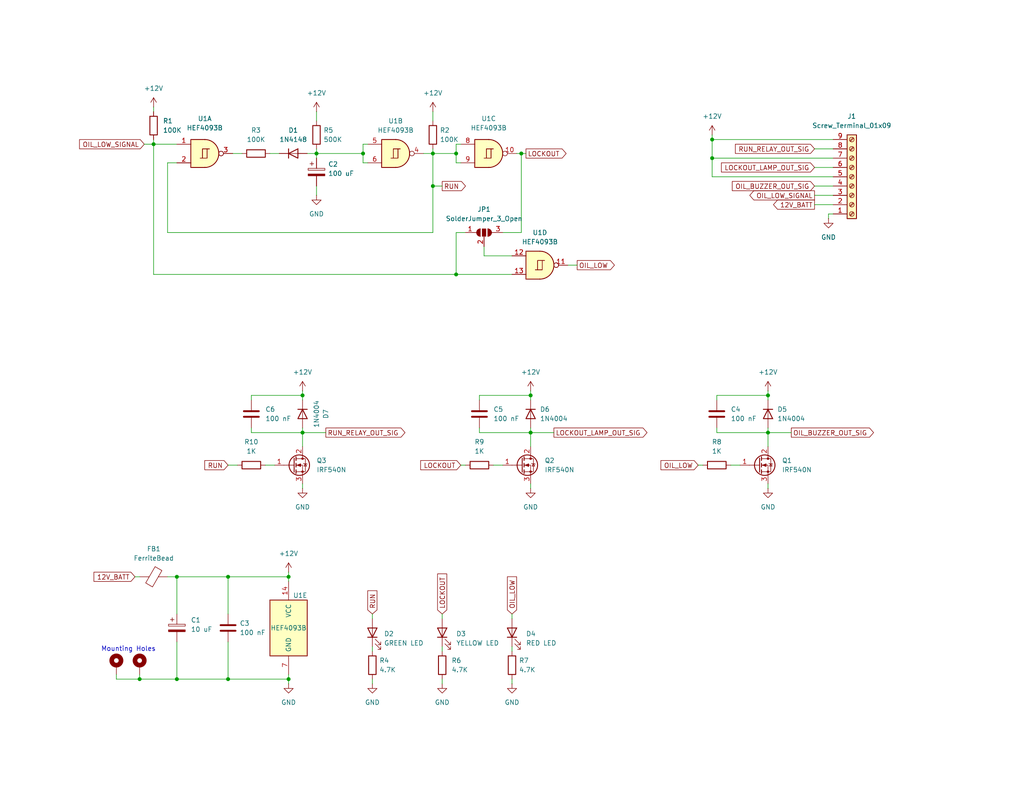
<source format=kicad_sch>
(kicad_sch (version 20231120) (generator "eeschema") (generator_version "8.0")
  (paper "USLetter")
  (title_block (title "Oil Lamp Safety") (date "2024-08-13") (rev "v0.2") (company "DadBodCarMod"))
  (lib_symbols
    (symbol "+12V_1" (power) (pin_numbers hide) (pin_names (offset 0) hide)
      (property "Value" "+12V" (at 0 3.556 0))
      (symbol "+12V_1_0_1"
        (polyline (pts (xy -0.762 1.27) (xy 0 2.54)))
        (polyline (pts (xy 0 0) (xy 0 2.54)))
        (polyline (pts (xy 0 2.54) (xy 0.762 1.27)))
      )
      (symbol "+12V_1_1_1"
        (pin power_in line (at 0 0 90) (length 0) (name "~") (number "1"))
      )
    )
    (symbol "4xxx:HEF4093B" (pin_names (offset 1.016))
      (property "Reference" "U" (at 0 1.27 0))
      (property "Value" "HEF4093B" (at 0 -1.27 0))
      (symbol "HEF4093B_1_0"
        (polyline (pts (xy -0.635 -1.27) (xy -0.635 1.27) (xy 0.635 1.27)))
        (polyline (pts (xy -0.635 -1.27) (xy -0.635 1.27) (xy 0.635 1.27)))
        (polyline (pts (xy -1.27 -1.27) (xy 0.635 -1.27) (xy 0.635 1.27) (xy 1.27 1.27)))
        (polyline (pts (xy -1.27 -1.27) (xy 0.635 -1.27) (xy 0.635 1.27) (xy 1.27 1.27)))
      )
      (symbol "HEF4093B_1_1"
        (arc (start 0 -3.81) (mid 3.7934 0) (end 0 3.81) (stroke (width 0.254)) (fill (type background)))
        (polyline (pts (xy 0 3.81) (xy -3.81 3.81) (xy -3.81 -3.81) (xy 0 -3.81)) (stroke (width 0.254)) (fill (type background)))
        (pin input line (at -7.62 2.54 0) (length 3.81) (name "~") (number "1"))
        (pin input line (at -7.62 -2.54 0) (length 3.81) (name "~") (number "2"))
        (pin output inverted (at 7.62 0 180) (length 3.81) (name "~") (number "3"))
      )
      (symbol "HEF4093B_1_2"
        (arc (start -3.81 -3.81) (mid -2.589 0) (end -3.81 3.81) (stroke (width 0.254)))
        (arc (start -0.6096 -3.81) (mid 2.1842 -2.5851) (end 3.81 0) (stroke (width 0.254)) (fill (type background)))
        (polyline (pts (xy -3.81 -3.81) (xy -0.635 -3.81)) (stroke (width 0.254)) (fill (type background)))
        (polyline (pts (xy -3.81 3.81) (xy -0.635 3.81)) (stroke (width 0.254)) (fill (type background)))
        (polyline (pts (xy -0.635 3.81) (xy -3.81 3.81) (xy -3.81 3.81) (xy -3.556 3.4036) (xy -3.0226 2.2606) (xy -2.6924 1.0414) (xy -2.6162 -0.254) (xy -2.7686 -1.4986) (xy -3.175 -2.7178) (xy -3.81 -3.81) (xy -3.81 -3.81) (xy -0.635 -3.81)) (stroke (width -25.4)) (fill (type background)))
        (arc (start 3.81 0) (mid 2.1915 2.5936) (end -0.6096 3.81) (stroke (width 0.254)) (fill (type background)))
        (pin input inverted (at -7.62 2.54 0) (length 4.318) (name "~") (number "1"))
        (pin input inverted (at -7.62 -2.54 0) (length 4.318) (name "~") (number "2"))
        (pin output line (at 7.62 0 180) (length 3.81) (name "~") (number "3"))
      )
      (symbol "HEF4093B_2_0"
        (polyline (pts (xy -0.635 -1.27) (xy -0.635 1.27) (xy 0.635 1.27)))
        (polyline (pts (xy -0.635 -1.27) (xy -0.635 1.27) (xy 0.635 1.27)))
        (polyline (pts (xy -1.27 -1.27) (xy 0.635 -1.27) (xy 0.635 1.27) (xy 1.27 1.27)))
        (polyline (pts (xy -1.27 -1.27) (xy 0.635 -1.27) (xy 0.635 1.27) (xy 1.27 1.27)))
      )
      (symbol "HEF4093B_2_1"
        (arc (start 0 -3.81) (mid 3.7934 0) (end 0 3.81) (stroke (width 0.254)) (fill (type background)))
        (polyline (pts (xy 0 3.81) (xy -3.81 3.81) (xy -3.81 -3.81) (xy 0 -3.81)) (stroke (width 0.254)) (fill (type background)))
        (pin output inverted (at 7.62 0 180) (length 3.81) (name "~") (number "4"))
        (pin input line (at -7.62 2.54 0) (length 3.81) (name "~") (number "5"))
        (pin input line (at -7.62 -2.54 0) (length 3.81) (name "~") (number "6"))
      )
      (symbol "HEF4093B_2_2"
        (arc (start -3.81 -3.81) (mid -2.589 0) (end -3.81 3.81) (stroke (width 0.254)))
        (arc (start -0.6096 -3.81) (mid 2.1842 -2.5851) (end 3.81 0) (stroke (width 0.254)) (fill (type background)))
        (polyline (pts (xy -3.81 -3.81) (xy -0.635 -3.81)) (stroke (width 0.254)) (fill (type background)))
        (polyline (pts (xy -3.81 3.81) (xy -0.635 3.81)) (stroke (width 0.254)) (fill (type background)))
        (polyline (pts (xy -0.635 3.81) (xy -3.81 3.81) (xy -3.81 3.81) (xy -3.556 3.4036) (xy -3.0226 2.2606) (xy -2.6924 1.0414) (xy -2.6162 -0.254) (xy -2.7686 -1.4986) (xy -3.175 -2.7178) (xy -3.81 -3.81) (xy -3.81 -3.81) (xy -0.635 -3.81)) (stroke (width -25.4)) (fill (type background)))
        (arc (start 3.81 0) (mid 2.1915 2.5936) (end -0.6096 3.81) (stroke (width 0.254)) (fill (type background)))
        (pin output line (at 7.62 0 180) (length 3.81) (name "~") (number "4"))
        (pin input inverted (at -7.62 2.54 0) (length 4.318) (name "~") (number "5"))
        (pin input inverted (at -7.62 -2.54 0) (length 4.318) (name "~") (number "6"))
      )
      (symbol "HEF4093B_3_0"
        (polyline (pts (xy -0.635 -1.27) (xy -0.635 1.27) (xy 0.635 1.27)))
        (polyline (pts (xy -0.635 -1.27) (xy -0.635 1.27) (xy 0.635 1.27)))
        (polyline (pts (xy -1.27 -1.27) (xy 0.635 -1.27) (xy 0.635 1.27) (xy 1.27 1.27)))
        (polyline (pts (xy -1.27 -1.27) (xy 0.635 -1.27) (xy 0.635 1.27) (xy 1.27 1.27)))
      )
      (symbol "HEF4093B_3_1"
        (arc (start 0 -3.81) (mid 3.7934 0) (end 0 3.81) (stroke (width 0.254)) (fill (type background)))
        (polyline (pts (xy 0 3.81) (xy -3.81 3.81) (xy -3.81 -3.81) (xy 0 -3.81)) (stroke (width 0.254)) (fill (type background)))
        (pin output inverted (at 7.62 0 180) (length 3.81) (name "~") (number "10"))
        (pin input line (at -7.62 2.54 0) (length 3.81) (name "~") (number "8"))
        (pin input line (at -7.62 -2.54 0) (length 3.81) (name "~") (number "9"))
      )
      (symbol "HEF4093B_3_2"
        (arc (start -3.81 -3.81) (mid -2.589 0) (end -3.81 3.81) (stroke (width 0.254)))
        (arc (start -0.6096 -3.81) (mid 2.1842 -2.5851) (end 3.81 0) (stroke (width 0.254)) (fill (type background)))
        (polyline (pts (xy -3.81 -3.81) (xy -0.635 -3.81)) (stroke (width 0.254)) (fill (type background)))
        (polyline (pts (xy -3.81 3.81) (xy -0.635 3.81)) (stroke (width 0.254)) (fill (type background)))
        (polyline (pts (xy -0.635 3.81) (xy -3.81 3.81) (xy -3.81 3.81) (xy -3.556 3.4036) (xy -3.0226 2.2606) (xy -2.6924 1.0414) (xy -2.6162 -0.254) (xy -2.7686 -1.4986) (xy -3.175 -2.7178) (xy -3.81 -3.81) (xy -3.81 -3.81) (xy -0.635 -3.81)) (stroke (width -25.4)) (fill (type background)))
        (arc (start 3.81 0) (mid 2.1915 2.5936) (end -0.6096 3.81) (stroke (width 0.254)) (fill (type background)))
        (pin output line (at 7.62 0 180) (length 3.81) (name "~") (number "10"))
        (pin input inverted (at -7.62 2.54 0) (length 4.318) (name "~") (number "8"))
        (pin input inverted (at -7.62 -2.54 0) (length 4.318) (name "~") (number "9"))
      )
      (symbol "HEF4093B_4_0"
        (polyline (pts (xy -0.635 -1.27) (xy -0.635 1.27) (xy 0.635 1.27)))
        (polyline (pts (xy -0.635 -1.27) (xy -0.635 1.27) (xy 0.635 1.27)))
        (polyline (pts (xy -1.27 -1.27) (xy 0.635 -1.27) (xy 0.635 1.27) (xy 1.27 1.27)))
        (polyline (pts (xy -1.27 -1.27) (xy 0.635 -1.27) (xy 0.635 1.27) (xy 1.27 1.27)))
      )
      (symbol "HEF4093B_4_1"
        (arc (start 0 -3.81) (mid 3.7934 0) (end 0 3.81) (stroke (width 0.254)) (fill (type background)))
        (polyline (pts (xy 0 3.81) (xy -3.81 3.81) (xy -3.81 -3.81) (xy 0 -3.81)) (stroke (width 0.254)) (fill (type background)))
        (pin output inverted (at 7.62 0 180) (length 3.81) (name "~") (number "11"))
        (pin input line (at -7.62 2.54 0) (length 3.81) (name "~") (number "12"))
        (pin input line (at -7.62 -2.54 0) (length 3.81) (name "~") (number "13"))
      )
      (symbol "HEF4093B_4_2"
        (arc (start -3.81 -3.81) (mid -2.589 0) (end -3.81 3.81) (stroke (width 0.254)))
        (arc (start -0.6096 -3.81) (mid 2.1842 -2.5851) (end 3.81 0) (stroke (width 0.254)) (fill (type background)))
        (polyline (pts (xy -3.81 -3.81) (xy -0.635 -3.81)) (stroke (width 0.254)) (fill (type background)))
        (polyline (pts (xy -3.81 3.81) (xy -0.635 3.81)) (stroke (width 0.254)) (fill (type background)))
        (polyline (pts (xy -0.635 3.81) (xy -3.81 3.81) (xy -3.81 3.81) (xy -3.556 3.4036) (xy -3.0226 2.2606) (xy -2.6924 1.0414) (xy -2.6162 -0.254) (xy -2.7686 -1.4986) (xy -3.175 -2.7178) (xy -3.81 -3.81) (xy -3.81 -3.81) (xy -0.635 -3.81)) (stroke (width -25.4)) (fill (type background)))
        (arc (start 3.81 0) (mid 2.1915 2.5936) (end -0.6096 3.81) (stroke (width 0.254)) (fill (type background)))
        (pin output line (at 7.62 0 180) (length 3.81) (name "~") (number "11"))
        (pin input inverted (at -7.62 2.54 0) (length 4.318) (name "~") (number "12"))
        (pin input inverted (at -7.62 -2.54 0) (length 4.318) (name "~") (number "13"))
      )
      (symbol "HEF4093B_5_0"
        (pin power_in line (at 0 12.7 270) (length 5.08) (name "VCC") (number "14"))
        (pin power_in line (at 0 -12.7 90) (length 5.08) (name "GND") (number "7"))
      )
      (symbol "HEF4093B_5_1"
        (rectangle (start -5.08 7.62) (end 5.08 -7.62) (stroke (width 0.254)) (fill (type background)))
      )
    )
    (symbol "Connector:Screw_Terminal_01x09" (pin_names (offset 1.016) hide)
      (property "Reference" "J1" (at 0 -16.51 0))
      (property "Value" "Screw_Terminal_01x09" (at 0 -13.97 0))
      (symbol "Screw_Terminal_01x09_1_1"
        (rectangle (start -1.27 11.43) (end 1.27 -11.43) (stroke (width 0.254)) (fill (type background)))
        (circle (center 0 -10.16) (radius 0.635) (stroke (width 0.1524)))
        (circle (center 0 -7.62) (radius 0.635) (stroke (width 0.1524)))
        (circle (center 0 -5.08) (radius 0.635) (stroke (width 0.1524)))
        (circle (center 0 -2.54) (radius 0.635) (stroke (width 0.1524)))
        (polyline (pts (xy -0.5334 -9.8298) (xy 0.3302 -10.668)) (stroke (width 0.1524)))
        (polyline (pts (xy -0.5334 -7.2898) (xy 0.3302 -8.128)) (stroke (width 0.1524)))
        (polyline (pts (xy -0.5334 -4.7498) (xy 0.3302 -5.588)) (stroke (width 0.1524)))
        (polyline (pts (xy -0.5334 -2.2098) (xy 0.3302 -3.048)) (stroke (width 0.1524)))
        (polyline (pts (xy -0.5334 0.3302) (xy 0.3302 -0.508)) (stroke (width 0.1524)))
        (polyline (pts (xy -0.5334 2.8702) (xy 0.3302 2.032)) (stroke (width 0.1524)))
        (polyline (pts (xy -0.5334 5.4102) (xy 0.3302 4.572)) (stroke (width 0.1524)))
        (polyline (pts (xy -0.5334 7.9502) (xy 0.3302 7.112)) (stroke (width 0.1524)))
        (polyline (pts (xy -0.5334 10.4902) (xy 0.3302 9.652)) (stroke (width 0.1524)))
        (polyline (pts (xy -0.3556 -9.652) (xy 0.508 -10.4902)) (stroke (width 0.1524)))
        (polyline (pts (xy -0.3556 -7.112) (xy 0.508 -7.9502)) (stroke (width 0.1524)))
        (polyline (pts (xy -0.3556 -4.572) (xy 0.508 -5.4102)) (stroke (width 0.1524)))
        (polyline (pts (xy -0.3556 -2.032) (xy 0.508 -2.8702)) (stroke (width 0.1524)))
        (polyline (pts (xy -0.3556 0.508) (xy 0.508 -0.3302)) (stroke (width 0.1524)))
        (polyline (pts (xy -0.3556 3.048) (xy 0.508 2.2098)) (stroke (width 0.1524)))
        (polyline (pts (xy -0.3556 5.588) (xy 0.508 4.7498)) (stroke (width 0.1524)))
        (polyline (pts (xy -0.3556 8.128) (xy 0.508 7.2898)) (stroke (width 0.1524)))
        (polyline (pts (xy -0.3556 10.668) (xy 0.508 9.8298)) (stroke (width 0.1524)))
        (circle (center 0 0) (radius 0.635) (stroke (width 0.1524)))
        (circle (center 0 2.54) (radius 0.635) (stroke (width 0.1524)))
        (circle (center 0 5.08) (radius 0.635) (stroke (width 0.1524)))
        (circle (center 0 7.62) (radius 0.635) (stroke (width 0.1524)))
        (circle (center 0 10.16) (radius 0.635) (stroke (width 0.1524)))
        (pin power_out line (at -5.08 10.16 0) (length 3.81) (name "Pin_1") (number "1"))
        (pin power_out line (at -5.08 7.62 0) (length 3.81) (name "Pin_2") (number "2"))
        (pin passive line (at -5.08 5.08 0) (length 3.81) (name "Pin_3") (number "3"))
        (pin passive line (at -5.08 2.54 0) (length 3.81) (name "Pin_4") (number "4"))
        (pin passive line (at -5.08 0 0) (length 3.81) (name "Pin_5") (number "5"))
        (pin passive line (at -5.08 -2.54 0) (length 3.81) (name "Pin_6") (number "6"))
        (pin passive line (at -5.08 -5.08 0) (length 3.81) (name "Pin_7") (number "7"))
        (pin passive line (at -5.08 -7.62 0) (length 3.81) (name "Pin_8") (number "8"))
        (pin passive line (at -5.08 -10.16 0) (length 3.81) (name "Pin_9") (number "9"))
      )
    )
    (symbol "D_1" (pin_numbers hide) (pin_names (offset 1.016) hide)
      (property "Reference" "D" (at 0 2.54 0))
      (property "Value" "D" (at 0 -2.54 0))
      (symbol "D_1_0_1"
        (polyline (pts (xy -1.27 1.27) (xy -1.27 -1.27)) (stroke (width 0.254)))
        (polyline (pts (xy 1.27 0) (xy -1.27 0)))
        (polyline (pts (xy 1.27 1.27) (xy 1.27 -1.27) (xy -1.27 0) (xy 1.27 1.27)) (stroke (width 0.254)))
      )
      (symbol "D_1_1_1"
        (pin passive line (at -3.81 0 0) (length 2.54) (name "K") (number "1"))
        (pin passive line (at 3.81 0 180) (length 2.54) (name "A") (number "2"))
      )
    )
    (symbol "D_2" (pin_numbers hide) (pin_names (offset 1.016) hide)
      (property "Reference" "D" (at 0 2.54 0))
      (property "Value" "D" (at 0 -2.54 0))
      (symbol "D_2_0_1"
        (polyline (pts (xy -1.27 1.27) (xy -1.27 -1.27)) (stroke (width 0.254)))
        (polyline (pts (xy 1.27 0) (xy -1.27 0)))
        (polyline (pts (xy 1.27 1.27) (xy 1.27 -1.27) (xy -1.27 0) (xy 1.27 1.27)) (stroke (width 0.254)))
      )
      (symbol "D_2_1_1"
        (pin passive line (at -3.81 0 0) (length 2.54) (name "K") (number "1"))
        (pin passive line (at 3.81 0 180) (length 2.54) (name "A") (number "2"))
      )
    )
    (symbol "Device:C" (pin_numbers hide) (pin_names (offset 0.254))
      (property "Reference" "C" (at 0.635 2.54 0))
      (property "Value" "C" (at 0.635 -2.54 0))
      (symbol "C_0_1"
        (polyline (pts (xy -2.032 -0.762) (xy 2.032 -0.762)) (stroke (width 0.508)))
        (polyline (pts (xy -2.032 0.762) (xy 2.032 0.762)) (stroke (width 0.508)))
      )
      (symbol "C_1_1"
        (pin passive line (at 0 3.81 270) (length 2.794) (name "~") (number "1"))
        (pin passive line (at 0 -3.81 90) (length 2.794) (name "~") (number "2"))
      )
    )
    (symbol "Device:C_Polarized" (pin_numbers hide) (pin_names (offset 0.254))
      (property "Reference" "C" (at 0.635 2.54 0))
      (property "Value" "C_Polarized" (at 0.635 -2.54 0))
      (symbol "C_Polarized_0_1"
        (rectangle (start -2.286 0.508) (end 2.286 1.016))
        (polyline (pts (xy -1.778 2.286) (xy -0.762 2.286)))
        (polyline (pts (xy -1.27 2.794) (xy -1.27 1.778)))
        (rectangle (start 2.286 -0.508) (end -2.286 -1.016) (fill (type outline)))
      )
      (symbol "C_Polarized_1_1"
        (pin passive line (at 0 3.81 270) (length 2.794) (name "~") (number "1"))
        (pin passive line (at 0 -3.81 90) (length 2.794) (name "~") (number "2"))
      )
    )
    (symbol "Device:FerriteBead" (pin_numbers hide) (pin_names (offset 0))
      (property "Reference" "FB1" (at 7.62 0.0508 90))
      (property "Value" "FerriteBead" (at 5.08 0.0508 90))
      (symbol "FerriteBead_0_1"
        (polyline (pts (xy 0 -1.27) (xy 0 -1.2192)))
        (polyline (pts (xy 0 1.27) (xy 0 1.2954)))
        (polyline (pts (xy -2.7686 0.4064) (xy -1.7018 2.2606) (xy 2.7686 -0.3048) (xy 1.6764 -2.159) (xy -2.7686 0.4064)))
      )
      (symbol "FerriteBead_1_1"
        (pin power_out line (at 0 3.81 270) (length 2.54) (name "~") (number "1"))
        (pin power_in line (at 0 -3.81 90) (length 2.54) (name "~") (number "2"))
      )
    )
    (symbol "Device:LED" (pin_numbers hide) (pin_names (offset 1.016) hide)
      (property "Reference" "D" (at 0 2.54 0))
      (property "Value" "LED" (at 0 -2.54 0))
      (symbol "LED_0_1"
        (polyline (pts (xy -1.27 -1.27) (xy -1.27 1.27)) (stroke (width 0.254)))
        (polyline (pts (xy -1.27 0) (xy 1.27 0)))
        (polyline (pts (xy 1.27 -1.27) (xy 1.27 1.27) (xy -1.27 0) (xy 1.27 -1.27)) (stroke (width 0.254)))
        (polyline (pts (xy -3.048 -0.762) (xy -4.572 -2.286) (xy -3.81 -2.286) (xy -4.572 -2.286) (xy -4.572 -1.524)))
        (polyline (pts (xy -1.778 -0.762) (xy -3.302 -2.286) (xy -2.54 -2.286) (xy -3.302 -2.286) (xy -3.302 -1.524)))
      )
      (symbol "LED_1_1"
        (pin passive line (at -3.81 0 0) (length 2.54) (name "K") (number "1"))
        (pin passive line (at 3.81 0 180) (length 2.54) (name "A") (number "2"))
      )
    )
    (symbol "Device:R" (pin_numbers hide) (pin_names (offset 0))
      (property "Reference" "R" (at 2.032 0 90))
      (property "Value" "R" (at 0 0 90))
      (symbol "R_0_1"
        (rectangle (start -1.016 -2.54) (end 1.016 2.54) (stroke (width 0.254)))
      )
      (symbol "R_1_1"
        (pin passive line (at 0 3.81 270) (length 1.27) (name "~") (number "1"))
        (pin passive line (at 0 -3.81 90) (length 1.27) (name "~") (number "2"))
      )
    )
    (symbol "GND_1" (power) (pin_numbers hide) (pin_names (offset 0) hide)
      (property "Value" "GND" (at 0 -3.81 0))
      (symbol "GND_1_0_1"
        (polyline (pts (xy 0 0) (xy 0 -1.27) (xy 1.27 -1.27) (xy 0 -2.54) (xy -1.27 -1.27) (xy 0 -1.27)))
      )
      (symbol "GND_1_1_1"
        (pin power_in line (at 0 0 270) (length 0) (name "~") (number "1"))
      )
    )
    (symbol "IRF540N_1" (pin_names hide)
      (property "Reference" "Q" (at 5.08 1.905 0))
      (property "Value" "IRF540N" (at 5.08 0 0))
      (symbol "IRF540N_1_0_1"
        (polyline (pts (xy 0.254 0) (xy -2.54 0)))
        (polyline (pts (xy 0.254 1.905) (xy 0.254 -1.905)) (stroke (width 0.254)))
        (polyline (pts (xy 0.762 -1.27) (xy 0.762 -2.286)) (stroke (width 0.254)))
        (polyline (pts (xy 0.762 0.508) (xy 0.762 -0.508)) (stroke (width 0.254)))
        (polyline (pts (xy 0.762 2.286) (xy 0.762 1.27)) (stroke (width 0.254)))
        (polyline (pts (xy 2.54 2.54) (xy 2.54 1.778)))
        (polyline (pts (xy 2.54 -2.54) (xy 2.54 0) (xy 0.762 0)))
        (polyline (pts (xy 0.762 -1.778) (xy 3.302 -1.778) (xy 3.302 1.778) (xy 0.762 1.778)))
        (polyline (pts (xy 1.016 0) (xy 2.032 0.381) (xy 2.032 -0.381) (xy 1.016 0)) (fill (type outline)))
        (polyline (pts (xy 2.794 0.508) (xy 2.921 0.381) (xy 3.683 0.381) (xy 3.81 0.254)))
        (polyline (pts (xy 3.302 0.381) (xy 2.921 -0.254) (xy 3.683 -0.254) (xy 3.302 0.381)))
        (circle (center 1.651 0) (radius 2.794) (stroke (width 0.254)))
        (circle (center 2.54 -1.778) (radius 0.254) (fill (type outline)))
        (circle (center 2.54 1.778) (radius 0.254) (fill (type outline)))
      )
      (symbol "IRF540N_1_1_1"
        (pin input line (at -5.08 0 0) (length 2.54) (name "G") (number "1"))
        (pin passive line (at 2.54 5.08 270) (length 2.54) (name "D") (number "2"))
        (pin passive line (at 2.54 -5.08 90) (length 2.54) (name "S") (number "3"))
      )
    )
    (symbol "Jumper:SolderJumper_3_Open" (pin_names (offset 0) hide) (exclude_from_sim yes) (in_bom no)
      (property "Reference" "JP" (at -2.54 -2.54 0))
      (property "Value" "SolderJumper_3_Open" (at 0 2.794 0))
      (symbol "SolderJumper_3_Open_0_1"
        (arc (start -1.016 1.016) (mid -2.0276 0) (end -1.016 -1.016))
        (arc (start -1.016 1.016) (mid -2.0276 0) (end -1.016 -1.016) (fill (type outline)))
        (rectangle (start -0.508 1.016) (end 0.508 -1.016) (fill (type outline)))
        (polyline (pts (xy -2.54 0) (xy -2.032 0)))
        (polyline (pts (xy -1.016 1.016) (xy -1.016 -1.016)))
        (polyline (pts (xy 0 -1.27) (xy 0 -1.016)))
        (polyline (pts (xy 1.016 1.016) (xy 1.016 -1.016)))
        (polyline (pts (xy 2.54 0) (xy 2.032 0)))
        (arc (start 1.016 -1.016) (mid 2.0276 0) (end 1.016 1.016))
        (arc (start 1.016 -1.016) (mid 2.0276 0) (end 1.016 1.016) (fill (type outline)))
      )
      (symbol "SolderJumper_3_Open_1_1"
        (pin passive line (at -5.08 0 0) (length 2.54) (name "A") (number "1"))
        (pin passive line (at 0 -3.81 90) (length 2.54) (name "C") (number "2"))
        (pin passive line (at 5.08 0 180) (length 2.54) (name "B") (number "3"))
      )
    )
    (symbol "Mechanical:MountingHole_Pad" (pin_numbers hide) (pin_names (offset 1.016) hide) (exclude_from_sim yes) (in_bom no)
      (property "Reference" "H" (at 0 6.35 0))
      (property "Value" "MountingHole_Pad" (at 0 4.445 0))
      (symbol "MountingHole_Pad_0_1"
        (circle (center 0 1.27) (radius 1.27) (stroke (width 1.27)))
      )
      (symbol "MountingHole_Pad_1_1"
        (pin input line (at 0 -2.54 90) (length 2.54) (name "1") (number "1"))
      )
    )
  )
  (junction (at 144.78 107.95))
  (junction (at 62.23 185.42))
  (junction (at 78.74 185.42))
  (junction (at 144.78 118.11))
  (junction (at 82.55 107.95))
  (junction (at 118.11 41.91))
  (junction (at 209.55 118.11))
  (junction (at 194.31 43.18))
  (junction (at 142.24 41.91))
  (junction (at 41.91 39.37))
  (junction (at 62.23 157.48))
  (junction (at 78.74 157.48))
  (junction (at 86.36 41.91))
  (junction (at 48.26 185.42))
  (junction (at 99.06 41.91))
  (junction (at 38.1 185.42))
  (junction (at 209.55 107.95))
  (junction (at 48.26 157.48))
  (junction (at 194.31 38.1))
  (junction (at 124.46 41.91))
  (junction (at 118.11 50.8))
  (junction (at 124.46 74.93))
  (junction (at 82.55 118.11))
  (wire (pts (xy 195.58 109.22) (xy 195.58 107.95)))
  (wire (pts (xy 86.36 41.91) (xy 99.06 41.91)))
  (wire (pts (xy 82.55 107.95) (xy 68.58 107.95)))
  (wire (pts (xy 99.06 39.37) (xy 100.33 39.37)))
  (wire (pts (xy 195.58 118.11) (xy 209.55 118.11)))
  (wire (pts (xy 82.55 118.11) (xy 82.55 121.92)))
  (wire (pts (xy 86.36 30.48) (xy 86.36 33.02)))
  (wire (pts (xy 63.5 41.91) (xy 66.04 41.91)))
  (wire (pts (xy 144.78 118.11) (xy 144.78 121.92)))
  (wire (pts (xy 124.46 41.91) (xy 124.46 44.45)))
  (wire (pts (xy 209.55 118.11) (xy 209.55 121.92)))
  (wire (pts (xy 222.25 45.72) (xy 227.33 45.72)))
  (wire (pts (xy 194.31 43.18) (xy 194.31 48.26)))
  (wire (pts (xy 139.7 69.85) (xy 132.08 69.85)))
  (wire (pts (xy 82.55 116.84) (xy 82.55 118.11)))
  (wire (pts (xy 41.91 38.1) (xy 41.91 39.37)))
  (wire (pts (xy 86.36 41.91) (xy 86.36 43.18)))
  (wire (pts (xy 118.11 41.91) (xy 124.46 41.91)))
  (wire (pts (xy 226.06 58.42) (xy 226.06 59.69)))
  (wire (pts (xy 82.55 106.68) (xy 82.55 107.95)))
  (wire (pts (xy 86.36 40.64) (xy 86.36 41.91)))
  (wire (pts (xy 82.55 109.22) (xy 82.55 107.95)))
  (wire (pts (xy 222.25 50.8) (xy 227.33 50.8)))
  (wire (pts (xy 222.25 55.88) (xy 227.33 55.88)))
  (wire (pts (xy 118.11 40.64) (xy 118.11 41.91)))
  (wire (pts (xy 41.91 74.93) (xy 41.91 39.37)))
  (wire (pts (xy 222.25 40.64) (xy 227.33 40.64)))
  (wire (pts (xy 125.73 127) (xy 127 127)))
  (wire (pts (xy 82.55 118.11) (xy 68.58 118.11)))
  (wire (pts (xy 99.06 41.91) (xy 99.06 39.37)))
  (wire (pts (xy 130.81 116.84) (xy 130.81 118.11)))
  (wire (pts (xy 41.91 29.21) (xy 41.91 30.48)))
  (wire (pts (xy 118.11 63.5) (xy 118.11 50.8)))
  (wire (pts (xy 194.31 38.1) (xy 194.31 43.18)))
  (wire (pts (xy 137.16 63.5) (xy 142.24 63.5)))
  (wire (pts (xy 194.31 48.26) (xy 227.33 48.26)))
  (wire (pts (xy 100.33 44.45) (xy 99.06 44.45)))
  (wire (pts (xy 45.72 157.48) (xy 48.26 157.48)))
  (wire (pts (xy 124.46 39.37) (xy 124.46 41.91)))
  (wire (pts (xy 194.31 38.1) (xy 227.33 38.1)))
  (wire (pts (xy 88.9 118.11) (xy 82.55 118.11)))
  (wire (pts (xy 41.91 39.37) (xy 48.26 39.37)))
  (wire (pts (xy 124.46 44.45) (xy 125.73 44.45)))
  (wire (pts (xy 139.7 74.93) (xy 124.46 74.93)))
  (wire (pts (xy 45.72 63.5) (xy 118.11 63.5)))
  (wire (pts (xy 209.55 132.08) (xy 209.55 133.35)))
  (wire (pts (xy 125.73 39.37) (xy 124.46 39.37)))
  (wire (pts (xy 154.94 72.39) (xy 157.48 72.39)))
  (wire (pts (xy 209.55 118.11) (xy 215.9 118.11)))
  (wire (pts (xy 142.24 63.5) (xy 142.24 41.91)))
  (wire (pts (xy 45.72 44.45) (xy 45.72 63.5)))
  (wire (pts (xy 48.26 175.26) (xy 48.26 185.42)))
  (wire (pts (xy 101.6 176.53) (xy 101.6 177.8)))
  (wire (pts (xy 120.65 176.53) (xy 120.65 177.8)))
  (wire (pts (xy 62.23 157.48) (xy 78.74 157.48)))
  (wire (pts (xy 139.7 167.64) (xy 139.7 168.91)))
  (wire (pts (xy 194.31 43.18) (xy 227.33 43.18)))
  (wire (pts (xy 144.78 106.68) (xy 144.78 107.95)))
  (wire (pts (xy 78.74 185.42) (xy 78.74 186.69)))
  (wire (pts (xy 144.78 132.08) (xy 144.78 133.35)))
  (wire (pts (xy 101.6 185.42) (xy 101.6 186.69)))
  (wire (pts (xy 120.65 185.42) (xy 120.65 186.69)))
  (wire (pts (xy 130.81 118.11) (xy 144.78 118.11)))
  (wire (pts (xy 127 63.5) (xy 124.46 63.5)))
  (wire (pts (xy 124.46 63.5) (xy 124.46 74.93)))
  (wire (pts (xy 140.97 41.91) (xy 142.24 41.91)))
  (wire (pts (xy 115.57 41.91) (xy 118.11 41.91)))
  (wire (pts (xy 195.58 116.84) (xy 195.58 118.11)))
  (wire (pts (xy 144.78 118.11) (xy 151.13 118.11)))
  (wire (pts (xy 86.36 50.8) (xy 86.36 53.34)))
  (wire (pts (xy 38.1 185.42) (xy 48.26 185.42)))
  (wire (pts (xy 209.55 107.95) (xy 209.55 109.22)))
  (wire (pts (xy 222.25 53.34) (xy 227.33 53.34)))
  (wire (pts (xy 144.78 107.95) (xy 144.78 109.22)))
  (wire (pts (xy 226.06 58.42) (xy 227.33 58.42)))
  (wire (pts (xy 73.66 41.91) (xy 76.2 41.91)))
  (wire (pts (xy 99.06 44.45) (xy 99.06 41.91)))
  (wire (pts (xy 194.31 36.83) (xy 194.31 38.1)))
  (wire (pts (xy 101.6 167.64) (xy 101.6 168.91)))
  (wire (pts (xy 78.74 157.48) (xy 78.74 158.75)))
  (wire (pts (xy 48.26 157.48) (xy 62.23 157.48)))
  (wire (pts (xy 118.11 50.8) (xy 118.11 41.91)))
  (wire (pts (xy 124.46 74.93) (xy 41.91 74.93)))
  (wire (pts (xy 142.24 41.91) (xy 143.51 41.91)))
  (wire (pts (xy 139.7 185.42) (xy 139.7 186.69)))
  (wire (pts (xy 31.75 185.42) (xy 38.1 185.42)))
  (wire (pts (xy 62.23 185.42) (xy 78.74 185.42)))
  (wire (pts (xy 144.78 116.84) (xy 144.78 118.11)))
  (wire (pts (xy 190.5 127) (xy 191.77 127)))
  (wire (pts (xy 209.55 116.84) (xy 209.55 118.11)))
  (wire (pts (xy 62.23 175.26) (xy 62.23 185.42)))
  (wire (pts (xy 72.39 127) (xy 74.93 127)))
  (wire (pts (xy 39.37 39.37) (xy 41.91 39.37)))
  (wire (pts (xy 130.81 107.95) (xy 144.78 107.95)))
  (wire (pts (xy 82.55 132.08) (xy 82.55 133.35)))
  (wire (pts (xy 38.1 184.15) (xy 38.1 185.42)))
  (wire (pts (xy 78.74 184.15) (xy 78.74 185.42)))
  (wire (pts (xy 120.65 50.8) (xy 118.11 50.8)))
  (wire (pts (xy 31.75 184.15) (xy 31.75 185.42)))
  (wire (pts (xy 68.58 107.95) (xy 68.58 109.22)))
  (wire (pts (xy 134.62 127) (xy 137.16 127)))
  (wire (pts (xy 48.26 157.48) (xy 48.26 167.64)))
  (wire (pts (xy 78.74 156.21) (xy 78.74 157.48)))
  (wire (pts (xy 36.83 157.48) (xy 38.1 157.48)))
  (wire (pts (xy 83.82 41.91) (xy 86.36 41.91)))
  (wire (pts (xy 209.55 106.68) (xy 209.55 107.95)))
  (wire (pts (xy 195.58 107.95) (xy 209.55 107.95)))
  (wire (pts (xy 130.81 109.22) (xy 130.81 107.95)))
  (wire (pts (xy 48.26 44.45) (xy 45.72 44.45)))
  (wire (pts (xy 68.58 118.11) (xy 68.58 116.84)))
  (wire (pts (xy 199.39 127) (xy 201.93 127)))
  (wire (pts (xy 118.11 30.48) (xy 118.11 33.02)))
  (wire (pts (xy 139.7 176.53) (xy 139.7 177.8)))
  (wire (pts (xy 132.08 69.85) (xy 132.08 67.31)))
  (wire (pts (xy 48.26 185.42) (xy 62.23 185.42)))
  (wire (pts (xy 120.65 168.91) (xy 120.65 167.64)))
  (wire (pts (xy 62.23 167.64) (xy 62.23 157.48)))
  (wire (pts (xy 62.23 127) (xy 64.77 127)))
  (text "Mounting Holes" (at 35.052 177.292 0) (effects (font (size 1.27 1.27))))
  (global_label "OIL_LOW" (shape output) (at 157.48 72.39 0) (property "Intersheetrefs" "${INTERSHEET_REFS}" (effects (hide yes))))
  (global_label "OIL_LOW_SIGNAL" (shape output) (at 222.25 53.34 180) (property "Intersheetrefs" "${INTERSHEET_REFS}" (effects (hide yes))))
  (global_label "OIL_LOW" (shape input) (at 139.7 167.64 90) (property "Intersheetrefs" "${INTERSHEET_REFS}" (effects (hide yes))))
  (global_label "OIL_LOW_SIGNAL" (shape input) (at 39.37 39.37 180) (property "Intersheetrefs" "${INTERSHEET_REFS}" (effects (hide yes))))
  (global_label "LOCKOUT_LAMP_OUT_SIG" (shape output) (at 151.13 118.11 0) (property "Intersheetrefs" "${INTERSHEET_REFS}" (effects (hide yes))))
  (global_label "LOCKOUT" (shape input) (at 125.73 127 180) (property "Intersheetrefs" "${INTERSHEET_REFS}" (effects (hide yes))))
  (global_label "LOCKOUT" (shape output) (at 143.51 41.91 0) (property "Intersheetrefs" "${INTERSHEET_REFS}" (effects (hide yes))))
  (global_label "12V_BATT" (shape input) (at 36.83 157.48 180) (property "Intersheetrefs" "${INTERSHEET_REFS}" (effects (hide yes))))
  (global_label "LOCKOUT_LAMP_OUT_SIG" (shape input) (at 222.25 45.72 180) (property "Intersheetrefs" "${INTERSHEET_REFS}" (effects (hide yes))))
  (global_label "RUN" (shape input) (at 101.6 167.64 90) (property "Intersheetrefs" "${INTERSHEET_REFS}" (effects (hide yes))))
  (global_label "RUN_RELAY_OUT_SIG" (shape input) (at 222.25 40.64 180) (property "Intersheetrefs" "${INTERSHEET_REFS}" (effects (hide yes))))
  (global_label "RUN" (shape output) (at 120.65 50.8 0) (property "Intersheetrefs" "${INTERSHEET_REFS}" (effects (hide yes))))
  (global_label "12V_BATT" (shape output) (at 222.25 55.88 180) (property "Intersheetrefs" "${INTERSHEET_REFS}" (effects (hide yes))))
  (global_label "OIL_BUZZER_OUT_SIG" (shape input) (at 222.25 50.8 180) (property "Intersheetrefs" "${INTERSHEET_REFS}" (effects (hide yes))))
  (global_label "RUN_RELAY_OUT_SIG" (shape output) (at 88.9 118.11 0) (property "Intersheetrefs" "${INTERSHEET_REFS}" (effects (hide yes))))
  (global_label "RUN" (shape input) (at 62.23 127 180) (property "Intersheetrefs" "${INTERSHEET_REFS}" (effects (hide yes))))
  (global_label "LOCKOUT" (shape input) (at 120.65 167.64 90) (property "Intersheetrefs" "${INTERSHEET_REFS}" (effects (hide yes))))
  (global_label "OIL_LOW" (shape input) (at 190.5 127 180) (property "Intersheetrefs" "${INTERSHEET_REFS}" (effects (hide yes))))
  (global_label "OIL_BUZZER_OUT_SIG" (shape output) (at 215.9 118.11 0) (property "Intersheetrefs" "${INTERSHEET_REFS}" (effects (hide yes))))
  (symbol (lib_id "Device:C") (at 130.81 113.03 0) (unit 1)
    (property "Reference" "C5" (at 134.62 111.7599 0) (effects (justify left)))
    (property "Value" "100 nF" (at 134.62 114.2999 0) (effects (justify left)))
    (property "Footprint" "Capacitor_THT:C_Rect_L7.2mm_W3.0mm_P5.00mm_FKS2_FKP2_MKS2_MKP2" (effects (hide yes)))
  )
  (symbol (lib_name "+12V_1") (lib_id "power:+12V") (at 41.91 29.21 0) (unit 1)
    (property "Reference" "#PWR02" (effects (hide yes)))
    (property "Value" "+12V" (at 41.91 24.13 0))
    (property "Description" "Power symbol creates a global label with name \"+12V\"" (effects (hide yes)))
  )
  (symbol (lib_id "Jumper:SolderJumper_3_Open") (at 132.08 63.5 0) (unit 1) (exclude_from_sim yes) (in_bom no)
    (property "Reference" "JP1" (at 132.08 57.15 0))
    (property "Value" "SolderJumper_3_Open" (at 132.08 59.69 0))
    (property "Footprint" "Jumper:SolderJumper-3_P1.3mm_Open_RoundedPad1.0x1.5mm" (effects (hide yes)))
    (property "Description" "Solder Jumper, 3-pole, open" (effects (hide yes)))
  )
  (symbol (lib_name "GND_1") (lib_id "power:GND") (at 78.74 186.69 0) (unit 1)
    (property "Reference" "#PWR06" (effects (hide yes)))
    (property "Value" "GND" (at 78.74 191.77 0))
    (property "Description" "Power symbol creates a global label with name \"GND\" , ground" (effects (hide yes)))
  )
  (symbol (lib_id "Device:R") (at 41.91 34.29 0) (unit 1)
    (property "Reference" "R1" (at 44.45 33.0199 0) (effects (justify left)))
    (property "Value" "100K" (at 44.45 35.5599 0) (effects (justify left)))
    (property "Footprint" "Resistor_THT:R_Axial_DIN0309_L9.0mm_D3.2mm_P12.70mm_Horizontal" (effects (hide yes)))
  )
  (symbol (lib_id "Device:C_Polarized") (at 86.36 46.99 0) (unit 1)
    (property "Reference" "C2" (at 89.535 44.8309 0) (effects (justify left)))
    (property "Value" "100 uF" (at 89.535 47.3709 0) (effects (justify left)))
    (property "Footprint" "Capacitor_THT:CP_Radial_D10.0mm_P5.00mm" (effects (hide yes)))
  )
  (symbol (lib_id "Device:R") (at 120.65 181.61 0) (unit 1)
    (property "Reference" "R6" (at 123.19 180.3399 0) (effects (justify left)))
    (property "Value" "4.7K" (at 123.19 182.8799 0) (effects (justify left)))
    (property "Footprint" "Resistor_THT:R_Axial_DIN0309_L9.0mm_D3.2mm_P12.70mm_Horizontal" (effects (hide yes)))
  )
  (symbol (lib_id "Device:C") (at 68.58 113.03 0) (unit 1)
    (property "Reference" "C6" (at 72.39 111.7599 0) (effects (justify left)))
    (property "Value" "100 nF" (at 72.39 114.2999 0) (effects (justify left)))
    (property "Footprint" "Capacitor_THT:C_Rect_L7.2mm_W3.0mm_P5.00mm_FKS2_FKP2_MKS2_MKP2" (effects (hide yes)))
  )
  (symbol (lib_id "Device:R") (at 101.6 181.61 0) (unit 1)
    (property "Reference" "R4" (at 103.505 180.3399 0) (effects (justify left)))
    (property "Value" "4.7K" (at 103.505 182.8799 0) (effects (justify left)))
    (property "Footprint" "Resistor_THT:R_Axial_DIN0309_L9.0mm_D3.2mm_P12.70mm_Horizontal" (effects (hide yes)))
  )
  (symbol (lib_name "GND_1") (lib_id "power:GND") (at 86.36 53.34 0) (unit 1)
    (property "Reference" "#PWR023" (effects (hide yes)))
    (property "Value" "GND" (at 86.36 58.42 0))
    (property "Description" "Power symbol creates a global label with name \"GND\" , ground" (effects (hide yes)))
  )
  (symbol (lib_name "+12V_1") (lib_id "power:+12V") (at 78.74 156.21 0) (unit 1)
    (property "Reference" "#PWR04" (effects (hide yes)))
    (property "Value" "+12V" (at 78.74 151.13 0))
    (property "Description" "Power symbol creates a global label with name \"+12V\"" (effects (hide yes)))
  )
  (symbol (lib_name "+12V_1") (lib_id "power:+12V") (at 82.55 106.68 0) (unit 1)
    (property "Reference" "#PWR011" (effects (hide yes)))
    (property "Value" "+12V" (at 82.55 101.6 0))
    (property "Description" "Power symbol creates a global label with name \"+12V\"" (effects (hide yes)))
  )
  (symbol (lib_name "+12V_1") (lib_id "power:+12V") (at 194.31 36.83 0) (unit 1)
    (property "Reference" "#PWR09" (effects (hide yes)))
    (property "Value" "+12V" (at 194.31 31.75 0))
    (property "Description" "Power symbol creates a global label with name \"+12V\"" (effects (hide yes)))
  )
  (symbol (lib_name "GND_1") (lib_id "power:GND") (at 101.6 186.69 0) (unit 1)
    (property "Reference" "#PWR016" (effects (hide yes)))
    (property "Value" "GND" (at 101.6 191.77 0))
    (property "Description" "Power symbol creates a global label with name \"GND\" , ground" (effects (hide yes)))
  )
  (symbol (lib_name "+12V_1") (lib_id "power:+12V") (at 144.78 106.68 0) (unit 1)
    (property "Reference" "#PWR019" (effects (hide yes)))
    (property "Value" "+12V" (at 144.78 101.6 0))
    (property "Description" "Power symbol creates a global label with name \"+12V\"" (effects (hide yes)))
  )
  (symbol (lib_name "+12V_1") (lib_id "power:+12V") (at 209.55 106.68 0) (unit 1)
    (property "Reference" "#PWR014" (effects (hide yes)))
    (property "Value" "+12V" (at 209.55 101.6 0))
    (property "Description" "Power symbol creates a global label with name \"+12V\"" (effects (hide yes)))
  )
  (symbol (lib_id "4xxx:HEF4093B") (at 107.95 41.91 0) (unit 2)
    (property "Reference" "U1" (at 107.95 33.02 0))
    (property "Value" "HEF4093B" (at 107.95 35.56 0))
    (property "Footprint" "Package_DIP:DIP-14_W7.62mm_LongPads" (effects (hide yes)))
    (property "Datasheet" "https://assets.nexperia.com/documents/data-sheet/HEF4093B.pdf" (effects (hide yes)))
  )
  (symbol (lib_name "+12V_1") (lib_id "power:+12V") (at 86.36 30.48 0) (unit 1)
    (property "Reference" "#PWR01" (effects (hide yes)))
    (property "Value" "+12V" (at 86.36 25.4 0))
    (property "Description" "Power symbol creates a global label with name \"+12V\"" (effects (hide yes)))
  )
  (symbol (lib_name "IRF540N_1") (lib_id "Transistor_FET:IRF540N") (at 207.01 127 0) (unit 1)
    (property "Reference" "Q1" (at 213.36 125.7299 0) (effects (justify left)))
    (property "Value" "IRF540N" (at 213.36 128.2699 0) (effects (justify left)))
    (property "Footprint" "Package_TO_SOT_THT:TO-220-3_Vertical" (effects (hide yes)))
    (property "Datasheet" "http://www.irf.com/product-info/datasheets/data/irf540n.pdf" (effects (hide yes)))
    (property "Description" "33A Id, 100V Vds, HEXFET N-Channel MOSFET, TO-220" (effects (hide yes)))
  )
  (symbol (lib_id "Device:C") (at 195.58 113.03 0) (unit 1)
    (property "Reference" "C4" (at 199.39 111.7599 0) (effects (justify left)))
    (property "Value" "100 nF" (at 199.39 114.2999 0) (effects (justify left)))
    (property "Footprint" "Capacitor_THT:C_Rect_L7.2mm_W3.0mm_P5.00mm_FKS2_FKP2_MKS2_MKP2" (effects (hide yes)))
  )
  (symbol (lib_name "D_2") (lib_id "Device:D") (at 209.55 113.03 270) (unit 1)
    (property "Reference" "D5" (at 212.09 111.7599 90) (effects (justify left)))
    (property "Value" "1N4004" (at 212.09 114.2999 90) (effects (justify left)))
    (property "Footprint" "Diode_THT:D_DO-41_SOD81_P12.70mm_Horizontal" (effects (hide yes)))
    (property "Description" "Diode" (effects (hide yes)))
    (property "Sim.Device" "D" (effects (hide yes)))
    (property "Sim.Pins" "1=K 2=A" (effects (hide yes)))
  )
  (symbol (lib_id "Device:LED") (at 139.7 172.72 90) (unit 1)
    (property "Reference" "D4" (at 143.51 173.0374 90) (effects (justify right)))
    (property "Value" "RED LED" (at 143.51 175.5774 90) (effects (justify right)))
    (property "Footprint" "LED_THT:LED_D5.0mm" (effects (hide yes)))
  )
  (symbol (lib_name "D_1") (lib_id "Device:D") (at 80.01 41.91 0) (unit 1)
    (property "Reference" "D1" (at 80.01 35.56 0))
    (property "Value" "1N4148" (at 80.01 38.1 0))
    (property "Footprint" "Diode_THT:D_DO-35_SOD27_P12.70mm_Horizontal" (effects (hide yes)))
    (property "Description" "Diode" (effects (hide yes)))
    (property "Sim.Device" "D" (effects (hide yes)))
    (property "Sim.Pins" "1=K 2=A" (effects (hide yes)))
  )
  (symbol (lib_name "IRF540N_1") (lib_id "Transistor_FET:IRF540N") (at 80.01 127 0) (unit 1)
    (property "Reference" "Q3" (at 86.36 125.7299 0) (effects (justify left)))
    (property "Value" "IRF540N" (at 86.36 128.2699 0) (effects (justify left)))
    (property "Footprint" "Package_TO_SOT_THT:TO-220-3_Vertical" (effects (hide yes)))
    (property "Datasheet" "http://www.irf.com/product-info/datasheets/data/irf540n.pdf" (effects (hide yes)))
    (property "Description" "33A Id, 100V Vds, HEXFET N-Channel MOSFET, TO-220" (effects (hide yes)))
  )
  (symbol (lib_id "Device:R") (at 130.81 127 90) (unit 1)
    (property "Reference" "R9" (at 130.81 120.65 90))
    (property "Value" "1K" (at 130.81 123.19 90))
    (property "Footprint" "Resistor_THT:R_Axial_DIN0309_L9.0mm_D3.2mm_P12.70mm_Horizontal" (effects (hide yes)))
  )
  (symbol (lib_id "Device:R") (at 195.58 127 90) (unit 1)
    (property "Reference" "R8" (at 195.58 120.65 90))
    (property "Value" "1K" (at 195.58 123.19 90))
    (property "Footprint" "Resistor_THT:R_Axial_DIN0309_L9.0mm_D3.2mm_P12.70mm_Horizontal" (effects (hide yes)))
  )
  (symbol (lib_id "Device:C_Polarized") (at 48.26 171.45 0) (unit 1)
    (property "Reference" "C1" (at 52.07 169.2909 0) (effects (justify left)))
    (property "Value" "10 uF" (at 52.07 171.8309 0) (effects (justify left)))
    (property "Footprint" "Capacitor_THT:CP_Radial_D6.3mm_P2.50mm" (effects (hide yes)))
  )
  (symbol (lib_name "GND_1") (lib_id "power:GND") (at 144.78 133.35 0) (unit 1)
    (property "Reference" "#PWR021" (effects (hide yes)))
    (property "Value" "GND" (at 144.78 138.43 0))
    (property "Description" "Power symbol creates a global label with name \"GND\" , ground" (effects (hide yes)))
  )
  (symbol (lib_name "GND_1") (lib_id "power:GND") (at 139.7 186.69 0) (unit 1)
    (property "Reference" "#PWR020" (effects (hide yes)))
    (property "Value" "GND" (at 139.7 191.77 0))
    (property "Description" "Power symbol creates a global label with name \"GND\" , ground" (effects (hide yes)))
  )
  (symbol (lib_id "Mechanical:MountingHole_Pad") (at 31.75 181.61 0) (unit 1) (exclude_from_sim yes) (in_bom no)
    (property "Reference" "H1" (effects (hide yes)))
    (property "Value" "MountingHole_Pad" (effects (hide yes)))
    (property "Footprint" "MountingHole:MountingHole_5.3mm_M5_Pad" (effects (hide yes)))
    (property "Description" "Mounting Hole with connection" (effects (hide yes)))
  )
  (symbol (lib_name "D_2") (lib_id "Device:D") (at 82.55 113.03 270) (unit 1)
    (property "Reference" "D7" (at 88.9 113.03 0))
    (property "Value" "1N4004" (at 86.36 113.03 0))
    (property "Footprint" "Diode_THT:D_DO-41_SOD81_P12.70mm_Horizontal" (effects (hide yes)))
    (property "Description" "Diode" (effects (hide yes)))
    (property "Sim.Device" "D" (effects (hide yes)))
    (property "Sim.Pins" "1=K 2=A" (effects (hide yes)))
  )
  (symbol (lib_name "GND_1") (lib_id "power:GND") (at 120.65 186.69 0) (unit 1)
    (property "Reference" "#PWR018" (effects (hide yes)))
    (property "Value" "GND" (at 120.65 191.77 0))
    (property "Description" "Power symbol creates a global label with name \"GND\" , ground" (effects (hide yes)))
  )
  (symbol (lib_id "4xxx:HEF4093B") (at 55.88 41.91 0) (unit 1)
    (property "Reference" "U1" (at 55.88 32.385 0))
    (property "Value" "HEF4093B" (at 55.88 34.925 0))
    (property "Footprint" "Package_DIP:DIP-14_W7.62mm_LongPads" (effects (hide yes)))
    (property "Datasheet" "https://assets.nexperia.com/documents/data-sheet/HEF4093B.pdf" (effects (hide yes)))
  )
  (symbol (lib_id "4xxx:HEF4093B") (at 133.35 41.91 0) (unit 3)
    (property "Reference" "U1" (at 133.35 32.385 0))
    (property "Value" "HEF4093B" (at 133.35 34.925 0))
    (property "Footprint" "Package_DIP:DIP-14_W7.62mm_LongPads" (effects (hide yes)))
    (property "Datasheet" "https://assets.nexperia.com/documents/data-sheet/HEF4093B.pdf" (effects (hide yes)))
  )
  (symbol (lib_name "GND_1") (lib_id "power:GND") (at 82.55 133.35 0) (unit 1)
    (property "Reference" "#PWR010" (effects (hide yes)))
    (property "Value" "GND" (at 82.55 138.43 0))
    (property "Description" "Power symbol creates a global label with name \"GND\" , ground" (effects (hide yes)))
  )
  (symbol (lib_id "Connector:Screw_Terminal_01x09") (at 232.41 48.26 0) (mirror x) (unit 1)
    (property "Reference" "J1" (at 232.41 31.75 0))
    (property "Value" "Screw_Terminal_01x09" (at 232.41 34.29 0))
    (property "Footprint" "TerminalBlock_4Ucon:TerminalBlock_4Ucon_1x09_P3.50mm_Horizontal" (effects (hide yes)))
  )
  (symbol (lib_id "Device:FerriteBead") (at 41.91 157.48 270) (unit 1)
    (property "Reference" "FB1" (at 41.9608 149.86 90))
    (property "Value" "FerriteBead" (at 41.9608 152.4 90))
    (property "Footprint" "Resistor_THT:R_Box_L13.0mm_W4.0mm_P9.00mm" (effects (hide yes)))
  )
  (symbol (lib_name "GND_1") (lib_id "power:GND") (at 226.06 59.69 0) (unit 1)
    (property "Reference" "#PWR05" (effects (hide yes)))
    (property "Value" "GND" (at 226.06 64.77 0))
    (property "Description" "Power symbol creates a global label with name \"GND\" , ground" (effects (hide yes)))
  )
  (symbol (lib_id "Device:LED") (at 120.65 172.72 90) (unit 1)
    (property "Reference" "D3" (at 124.46 173.0374 90) (effects (justify right)))
    (property "Value" "YELLOW LED" (at 124.46 175.5774 90) (effects (justify right)))
    (property "Footprint" "LED_THT:LED_D5.0mm" (effects (hide yes)))
  )
  (symbol (lib_id "Device:R") (at 118.11 36.83 0) (unit 1)
    (property "Reference" "R2" (at 120.015 35.5599 0) (effects (justify left)))
    (property "Value" "100K" (at 120.015 38.0999 0) (effects (justify left)))
    (property "Footprint" "Resistor_THT:R_Axial_DIN0309_L9.0mm_D3.2mm_P12.70mm_Horizontal" (effects (hide yes)))
  )
  (symbol (lib_id "Mechanical:MountingHole_Pad") (at 38.1 181.61 0) (unit 1) (exclude_from_sim yes) (in_bom no)
    (property "Reference" "H2" (effects (hide yes)))
    (property "Value" "MountingHole_Pad" (effects (hide yes)))
    (property "Footprint" "MountingHole:MountingHole_5.3mm_M5_Pad" (effects (hide yes)))
    (property "Description" "Mounting Hole with connection" (effects (hide yes)))
  )
  (symbol (lib_name "IRF540N_1") (lib_id "Transistor_FET:IRF540N") (at 142.24 127 0) (unit 1)
    (property "Reference" "Q2" (at 148.59 125.7299 0) (effects (justify left)))
    (property "Value" "IRF540N" (at 148.59 128.2699 0) (effects (justify left)))
    (property "Footprint" "Package_TO_SOT_THT:TO-220-3_Vertical" (effects (hide yes)))
    (property "Datasheet" "http://www.irf.com/product-info/datasheets/data/irf540n.pdf" (effects (hide yes)))
    (property "Description" "33A Id, 100V Vds, HEXFET N-Channel MOSFET, TO-220" (effects (hide yes)))
  )
  (symbol (lib_id "Device:C") (at 62.23 171.45 0) (unit 1)
    (property "Reference" "C3" (at 65.405 170.1799 0) (effects (justify left)))
    (property "Value" "100 nF" (at 65.405 172.7199 0) (effects (justify left)))
    (property "Footprint" "Capacitor_THT:C_Rect_L7.2mm_W3.0mm_P5.00mm_FKS2_FKP2_MKS2_MKP2" (effects (hide yes)))
  )
  (symbol (lib_id "4xxx:HEF4093B") (at 147.32 72.39 0) (unit 4)
    (property "Reference" "U1" (at 147.32 63.5 0))
    (property "Value" "HEF4093B" (at 147.32 66.04 0))
    (property "Footprint" "Package_DIP:DIP-14_W7.62mm_LongPads" (effects (hide yes)))
    (property "Datasheet" "https://assets.nexperia.com/documents/data-sheet/HEF4093B.pdf" (effects (hide yes)))
  )
  (symbol (lib_name "+12V_1") (lib_id "power:+12V") (at 118.11 30.48 0) (unit 1)
    (property "Reference" "#PWR03" (effects (hide yes)))
    (property "Value" "+12V" (at 118.11 25.4 0))
    (property "Description" "Power symbol creates a global label with name \"+12V\"" (effects (hide yes)))
  )
  (symbol (lib_id "Device:R") (at 86.36 36.83 0) (unit 1)
    (property "Reference" "R5" (at 88.265 35.5599 0) (effects (justify left)))
    (property "Value" "500K" (at 88.265 38.0999 0) (effects (justify left)))
    (property "Footprint" "Resistor_THT:R_Axial_DIN0309_L9.0mm_D3.2mm_P12.70mm_Horizontal" (effects (hide yes)))
  )
  (symbol (lib_id "4xxx:HEF4093B") (at 78.74 171.45 0) (unit 5)
    (property "Reference" "U1" (at 81.915 162.56 0))
    (property "Value" "HEF4093B" (at 78.74 171.45 0))
    (property "Footprint" "Package_DIP:DIP-14_W7.62mm_LongPads" (effects (hide yes)))
    (property "Datasheet" "https://assets.nexperia.com/documents/data-sheet/HEF4093B.pdf" (effects (hide yes)))
  )
  (symbol (lib_name "GND_1") (lib_id "power:GND") (at 209.55 133.35 0) (unit 1)
    (property "Reference" "#PWR022" (effects (hide yes)))
    (property "Value" "GND" (at 209.55 138.43 0))
    (property "Description" "Power symbol creates a global label with name \"GND\" , ground" (effects (hide yes)))
  )
  (symbol (lib_name "D_2") (lib_id "Device:D") (at 144.78 113.03 270) (unit 1)
    (property "Reference" "D6" (at 147.32 111.7599 90) (effects (justify left)))
    (property "Value" "1N4004" (at 147.32 114.2999 90) (effects (justify left)))
    (property "Footprint" "Diode_THT:D_DO-41_SOD81_P12.70mm_Horizontal" (effects (hide yes)))
    (property "Description" "Diode" (effects (hide yes)))
    (property "Sim.Device" "D" (effects (hide yes)))
    (property "Sim.Pins" "1=K 2=A" (effects (hide yes)))
  )
  (symbol (lib_id "Device:R") (at 69.85 41.91 90) (unit 1)
    (property "Reference" "R3" (at 69.85 35.56 90))
    (property "Value" "100K" (at 69.85 38.1 90))
    (property "Footprint" "Resistor_THT:R_Axial_DIN0309_L9.0mm_D3.2mm_P12.70mm_Horizontal" (effects (hide yes)))
  )
  (symbol (lib_id "Device:LED") (at 101.6 172.72 90) (unit 1)
    (property "Reference" "D2" (at 104.775 173.0374 90) (effects (justify right)))
    (property "Value" "GREEN LED" (at 104.775 175.5774 90) (effects (justify right)))
    (property "Footprint" "LED_THT:LED_D5.0mm" (effects (hide yes)))
  )
  (symbol (lib_id "Device:R") (at 68.58 127 90) (unit 1)
    (property "Reference" "R10" (at 68.58 120.65 90))
    (property "Value" "1K" (at 68.58 123.19 90))
    (property "Footprint" "Resistor_THT:R_Axial_DIN0309_L9.0mm_D3.2mm_P12.70mm_Horizontal" (effects (hide yes)))
  )
  (symbol (lib_id "Device:R") (at 139.7 181.61 0) (unit 1)
    (property "Reference" "R7" (at 141.605 180.3399 0) (effects (justify left)))
    (property "Value" "4.7K" (at 141.605 182.8799 0) (effects (justify left)))
    (property "Footprint" "Resistor_THT:R_Axial_DIN0309_L9.0mm_D3.2mm_P12.70mm_Horizontal" (effects (hide yes)))
  )
)
</source>
